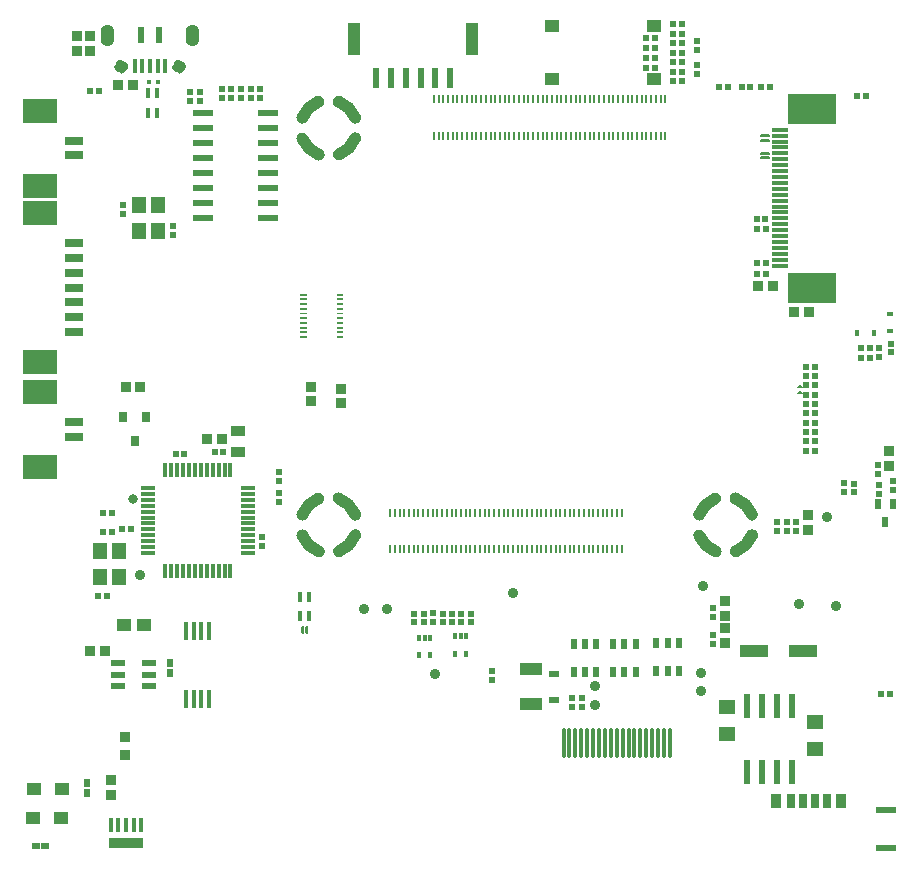
<source format=gbr>
%TF.GenerationSoftware,Altium Limited,Altium Designer,23.1.1 (15)*%
G04 Layer_Color=8421504*
%FSLAX45Y45*%
%MOMM*%
%TF.SameCoordinates,8C37DE4A-61E0-4A85-99FC-D0A1A2E6B02F*%
%TF.FilePolarity,Positive*%
%TF.FileFunction,Paste,Top*%
%TF.Part,Single*%
G01*
G75*
%TA.AperFunction,SMDPad,CuDef*%
%ADD13R,1.90500X0.99060*%
%ADD14R,0.60960X2.03200*%
%ADD15R,0.80606X0.85822*%
%ADD16R,0.80000X0.90000*%
G04:AMPARAMS|DCode=17|XSize=1.56mm|YSize=0.4mm|CornerRadius=0.05mm|HoleSize=0mm|Usage=FLASHONLY|Rotation=90.000|XOffset=0mm|YOffset=0mm|HoleType=Round|Shape=RoundedRectangle|*
%AMROUNDEDRECTD17*
21,1,1.56000,0.30000,0,0,90.0*
21,1,1.46000,0.40000,0,0,90.0*
1,1,0.10000,0.15000,0.73000*
1,1,0.10000,0.15000,-0.73000*
1,1,0.10000,-0.15000,-0.73000*
1,1,0.10000,-0.15000,0.73000*
%
%ADD17ROUNDEDRECTD17*%
%ADD18R,1.15814X1.01213*%
%ADD19R,0.57247X0.68106*%
%ADD20R,0.68106X0.57247*%
%ADD21R,1.00000X2.80000*%
%ADD22R,0.60000X1.70000*%
%ADD23R,0.85822X0.80606*%
%ADD24R,0.81280X0.93980*%
%ADD25R,3.00000X2.10000*%
%ADD26R,1.60000X0.80000*%
%ADD27R,1.20000X0.55000*%
%ADD28R,0.40000X1.20000*%
%ADD29R,3.00000X0.90000*%
%ADD30R,1.25000X1.10000*%
%ADD31R,0.93980X0.81280*%
%ADD32R,0.91213X0.85872*%
%ADD33R,0.20000X0.70000*%
%TA.AperFunction,TestPad*%
%ADD35C,0.88900*%
%TA.AperFunction,SMDPad,CuDef*%
%ADD36R,0.55880X0.60960*%
%ADD37R,0.40000X0.85000*%
%ADD38R,0.60960X0.55880*%
%ADD39R,1.15000X1.40000*%
%ADD40R,1.20000X0.30000*%
%ADD41R,0.30000X1.20000*%
%ADD42R,1.30000X0.90000*%
%ADD43R,1.80000X0.55000*%
%ADD44R,0.90000X1.15000*%
%ADD45R,0.80000X1.15000*%
%ADD46R,0.70000X1.15000*%
%ADD47R,1.45000X1.15000*%
%ADD48R,2.41140X1.11280*%
%TA.AperFunction,TestPad*%
%ADD49O,0.50800X0.25400*%
%ADD50O,0.88900X0.25400*%
%ADD51C,0.80000*%
%ADD52C,0.40000*%
%TA.AperFunction,ConnectorPad*%
%ADD53R,0.60000X1.35000*%
%ADD54R,0.40000X1.25000*%
%TA.AperFunction,SMDPad,CuDef*%
%ADD55R,0.30000X0.55000*%
%ADD56O,0.28000X2.60000*%
%ADD57R,1.80000X0.60000*%
%ADD58R,1.20000X1.00000*%
%ADD59R,1.40000X0.30000*%
%ADD60R,4.10000X2.65000*%
%ADD61R,0.60000X0.40000*%
G04:AMPARAMS|DCode=62|XSize=0.8mm|YSize=0.55mm|CornerRadius=0mm|HoleSize=0mm|Usage=FLASHONLY|Rotation=90.000|XOffset=0mm|YOffset=0mm|HoleType=Round|Shape=RoundedRectangle|*
%AMROUNDEDRECTD62*
21,1,0.80000,0.55000,0,0,90.0*
21,1,0.80000,0.55000,0,0,90.0*
1,1,0.00000,0.27500,0.40000*
1,1,0.00000,0.27500,-0.40000*
1,1,0.00000,-0.27500,-0.40000*
1,1,0.00000,-0.27500,0.40000*
%
%ADD62ROUNDEDRECTD62*%
%ADD63R,0.52000X0.83000*%
%TA.AperFunction,TestPad*%
%ADD64O,0.25400X0.76200*%
%TA.AperFunction,SMDPad,CuDef*%
%ADD65R,0.40000X0.60000*%
%ADD67R,0.83000X0.63000*%
%TA.AperFunction,NonConductor*%
%ADD245C,1.00000*%
%ADD246C,0.93980*%
G36*
X1515216Y7108322D02*
X1530221Y7093318D01*
X1538342Y7073713D01*
Y7063103D01*
Y6984363D01*
Y6973753D01*
X1530221Y6954148D01*
X1515216Y6939143D01*
X1495612Y6931023D01*
X1474392D01*
X1454787Y6939143D01*
X1439782Y6954148D01*
X1431662Y6973753D01*
Y6984363D01*
Y7063103D01*
Y7073713D01*
X1439782Y7093318D01*
X1454787Y7108322D01*
X1474392Y7116443D01*
X1495612D01*
X1515216Y7108322D01*
D02*
G37*
G36*
X795216D02*
X810221Y7093318D01*
X818342Y7073713D01*
Y7063103D01*
Y6984363D01*
Y6973753D01*
X810221Y6954148D01*
X795216Y6939143D01*
X775612Y6931023D01*
X754392D01*
X734787Y6939143D01*
X719782Y6954148D01*
X711662Y6973753D01*
Y6984363D01*
Y7063103D01*
Y7073713D01*
X719782Y7093318D01*
X734787Y7108322D01*
X754392Y7116443D01*
X775612D01*
X795216Y7108322D01*
D02*
G37*
G36*
X2759900Y4821600D02*
X2703900D01*
Y4837600D01*
X2759900D01*
Y4821600D01*
D02*
G37*
G36*
X2451900D02*
X2395900D01*
Y4837600D01*
X2451900D01*
Y4821600D01*
D02*
G37*
G36*
X2759900Y4781600D02*
X2703900D01*
Y4797600D01*
X2759900D01*
Y4781600D01*
D02*
G37*
G36*
X2451900D02*
X2395900D01*
Y4797600D01*
X2451900D01*
Y4781600D01*
D02*
G37*
G36*
X2759900Y4741600D02*
X2703900D01*
Y4757600D01*
X2759900D01*
Y4741600D01*
D02*
G37*
G36*
X2451900D02*
X2395900D01*
Y4757600D01*
X2451900D01*
Y4741600D01*
D02*
G37*
G36*
X2759900Y4701600D02*
X2703900D01*
Y4717600D01*
X2759900D01*
Y4701600D01*
D02*
G37*
G36*
X2451900D02*
X2395900D01*
Y4717600D01*
X2451900D01*
Y4701600D01*
D02*
G37*
G36*
X2759900Y4661600D02*
X2703900D01*
Y4677600D01*
X2759900D01*
Y4661600D01*
D02*
G37*
G36*
X2451900D02*
X2395900D01*
Y4677600D01*
X2451900D01*
Y4661600D01*
D02*
G37*
G36*
X2759900Y4621600D02*
X2703900D01*
Y4637600D01*
X2759900D01*
Y4621600D01*
D02*
G37*
G36*
X2451900D02*
X2395900D01*
Y4637600D01*
X2451900D01*
Y4621600D01*
D02*
G37*
G36*
X2759900Y4581600D02*
X2703900D01*
Y4597600D01*
X2759900D01*
Y4581600D01*
D02*
G37*
G36*
X2451900D02*
X2395900D01*
Y4597600D01*
X2451900D01*
Y4581600D01*
D02*
G37*
G36*
X2759900Y4541600D02*
X2703900D01*
Y4557600D01*
X2759900D01*
Y4541600D01*
D02*
G37*
G36*
X2451900D02*
X2395900D01*
Y4557600D01*
X2451900D01*
Y4541600D01*
D02*
G37*
G36*
X2759900Y4501600D02*
X2703900D01*
Y4517600D01*
X2759900D01*
Y4501600D01*
D02*
G37*
G36*
X2451900D02*
X2395900D01*
Y4517600D01*
X2451900D01*
Y4501600D01*
D02*
G37*
G36*
X2759900Y4461600D02*
X2703900D01*
Y4477600D01*
X2759900D01*
Y4461600D01*
D02*
G37*
G36*
X2451900D02*
X2395900D01*
Y4477600D01*
X2451900D01*
Y4461600D01*
D02*
G37*
D13*
X4347331Y1662542D02*
D03*
Y1362822D02*
D03*
D14*
X6563884Y1348393D02*
D03*
Y789593D02*
D03*
X6436883D02*
D03*
X6309883Y789593D02*
D03*
X6182883Y789593D02*
D03*
Y1348393D02*
D03*
X6309883Y1348392D02*
D03*
X6436883Y1348393D02*
D03*
D15*
X1043088Y4043680D02*
D03*
X922872D02*
D03*
D16*
X1089660Y3789680D02*
D03*
X899660D02*
D03*
X994660Y3589680D02*
D03*
D17*
X1428400Y1984720D02*
D03*
X1493400D02*
D03*
X1558400D02*
D03*
X1623400D02*
D03*
Y1408720D02*
D03*
X1558400D02*
D03*
X1493400D02*
D03*
X1428400D02*
D03*
D18*
X1072659Y2032000D02*
D03*
X907261D02*
D03*
D19*
X1292220Y1710334D02*
D03*
Y1627226D02*
D03*
X589280Y691794D02*
D03*
Y608686D02*
D03*
D20*
X239674Y162560D02*
D03*
X156566D02*
D03*
D21*
X2855300Y6997700D02*
D03*
X3850300D02*
D03*
D22*
X3040300Y6662700D02*
D03*
X3165300D02*
D03*
X3665300D02*
D03*
X3540300D02*
D03*
X3290300D02*
D03*
X3415300D02*
D03*
D23*
X2740660Y4034356D02*
D03*
Y3914140D02*
D03*
X2489200Y4046220D02*
D03*
Y3926004D02*
D03*
D24*
X614934Y1811274D02*
D03*
X744931D02*
D03*
X6573094Y4684463D02*
D03*
X6703091D02*
D03*
X6269015Y4904087D02*
D03*
X6399012Y4904088D02*
D03*
X1603929Y3604006D02*
D03*
X1733926D02*
D03*
X852669Y6608266D02*
D03*
X982666D02*
D03*
D25*
X194940Y4005580D02*
D03*
Y3370580D02*
D03*
X189860Y4259420D02*
D03*
Y5519420D02*
D03*
Y5753100D02*
D03*
Y6388100D02*
D03*
D26*
X484940Y3750580D02*
D03*
Y3625580D02*
D03*
X479860Y4514420D02*
D03*
Y4639420D02*
D03*
Y4764420D02*
D03*
Y4889420D02*
D03*
Y5014420D02*
D03*
Y5264420D02*
D03*
Y5139420D02*
D03*
Y6008100D02*
D03*
Y6133100D02*
D03*
D27*
X1112340Y1517900D02*
D03*
Y1612900D02*
D03*
Y1707900D02*
D03*
X852340D02*
D03*
Y1517900D02*
D03*
Y1612900D02*
D03*
D28*
X921380Y337880D02*
D03*
X856380D02*
D03*
X791380D02*
D03*
X986380D02*
D03*
X1051380D02*
D03*
D29*
X921380Y182880D02*
D03*
D30*
X135860Y396240D02*
D03*
X370860D02*
D03*
X140940Y647700D02*
D03*
X375940D02*
D03*
D31*
X791586Y722071D02*
D03*
X791586Y592074D02*
D03*
X5992129Y2006253D02*
D03*
Y1876255D02*
D03*
Y2238104D02*
D03*
X5992129Y2108107D02*
D03*
X619807Y6892797D02*
D03*
Y7022794D02*
D03*
X506500Y6892797D02*
D03*
X506500Y7022794D02*
D03*
X7384340Y3375623D02*
D03*
Y3505620D02*
D03*
X6692633Y2836754D02*
D03*
Y2966751D02*
D03*
D32*
X916300Y1088591D02*
D03*
Y933249D02*
D03*
D33*
X4167911Y6175662D02*
D03*
X5037910Y2675661D02*
D03*
X5077911D02*
D03*
X5487911Y6175662D02*
D03*
X5447911D02*
D03*
X5407910D02*
D03*
X5367911D02*
D03*
X5327911D02*
D03*
X5287910D02*
D03*
X5247911D02*
D03*
X4967911D02*
D03*
X5007910D02*
D03*
X5047911D02*
D03*
X5087911D02*
D03*
X5127910D02*
D03*
X5167910D02*
D03*
X5207911D02*
D03*
X4687911D02*
D03*
X4727911D02*
D03*
X4767910D02*
D03*
X4807911D02*
D03*
X4847911D02*
D03*
X4887910D02*
D03*
X4927911D02*
D03*
X4647910D02*
D03*
X4607911D02*
D03*
X4567911D02*
D03*
X4527910D02*
D03*
X4487911D02*
D03*
X4447911D02*
D03*
X4407910D02*
D03*
X3927911D02*
D03*
X3967911D02*
D03*
X4007910D02*
D03*
X4047911D02*
D03*
X4087911D02*
D03*
X4127910D02*
D03*
X4367910D02*
D03*
X4327911D02*
D03*
X4287911D02*
D03*
X4247910D02*
D03*
X4207911D02*
D03*
Y6483662D02*
D03*
X4247910D02*
D03*
X4287911D02*
D03*
X4327911D02*
D03*
X4367910D02*
D03*
X4167911D02*
D03*
X4127910D02*
D03*
X4087911D02*
D03*
X4047911D02*
D03*
X4007910D02*
D03*
X3967911D02*
D03*
X3927911D02*
D03*
X4407910D02*
D03*
X4447911D02*
D03*
X4487911D02*
D03*
X4527910D02*
D03*
X4567911D02*
D03*
X4607911D02*
D03*
X4647910D02*
D03*
X4927911D02*
D03*
X4887910D02*
D03*
X4847911D02*
D03*
X4807911D02*
D03*
X4767910D02*
D03*
X4727911D02*
D03*
X4687911D02*
D03*
X5207911D02*
D03*
X5167910D02*
D03*
X5127910D02*
D03*
X5087911D02*
D03*
X5047911D02*
D03*
X5007910D02*
D03*
X4967911D02*
D03*
X5247911D02*
D03*
X5287910D02*
D03*
X5327911D02*
D03*
X5367911D02*
D03*
X5407910D02*
D03*
X5447911D02*
D03*
X5487911D02*
D03*
X3527911D02*
D03*
X3567911D02*
D03*
X3607910D02*
D03*
X3647911D02*
D03*
X3687911D02*
D03*
X3727911D02*
D03*
X3767911D02*
D03*
X3887911D02*
D03*
X3847911D02*
D03*
X3807911D02*
D03*
Y6175662D02*
D03*
X3847911D02*
D03*
X3887911D02*
D03*
X3767911D02*
D03*
X3727911D02*
D03*
X3687911D02*
D03*
X3647911D02*
D03*
X3607910D02*
D03*
X3567911D02*
D03*
X3527911D02*
D03*
X3157911Y2675662D02*
D03*
X3197911D02*
D03*
X3237910D02*
D03*
X3277911D02*
D03*
X3317911D02*
D03*
X3357910D02*
D03*
X3397911D02*
D03*
X3517911D02*
D03*
X3477910D02*
D03*
X3437911D02*
D03*
Y2983662D02*
D03*
X3477910D02*
D03*
X3517911D02*
D03*
X3397911D02*
D03*
X3357910D02*
D03*
X3317911D02*
D03*
X3277911D02*
D03*
X3237910D02*
D03*
X3197911D02*
D03*
X3157911D02*
D03*
X5117911D02*
D03*
X5077911D02*
D03*
X5037910D02*
D03*
X4997911D02*
D03*
X4957911D02*
D03*
X4917910D02*
D03*
X4877910D02*
D03*
X4597911D02*
D03*
X4637910D02*
D03*
X4677911D02*
D03*
X4717911D02*
D03*
X4757910D02*
D03*
X4797910D02*
D03*
X4837911D02*
D03*
X4317911D02*
D03*
X4357911D02*
D03*
X4397910D02*
D03*
X4437911D02*
D03*
X4477911D02*
D03*
X4517910D02*
D03*
X4557911D02*
D03*
X4277910D02*
D03*
X4237910D02*
D03*
X4197911D02*
D03*
X4157910D02*
D03*
X4117910D02*
D03*
X4077911D02*
D03*
X4037910D02*
D03*
X3557911D02*
D03*
X3597911D02*
D03*
X3637910D02*
D03*
X3677911D02*
D03*
X3717911D02*
D03*
X3757910D02*
D03*
X3797911D02*
D03*
X3997910D02*
D03*
X3957911D02*
D03*
X3917911D02*
D03*
X3877910D02*
D03*
X3837911D02*
D03*
Y2675662D02*
D03*
X3877910D02*
D03*
X3917911D02*
D03*
X3957911D02*
D03*
X3997910D02*
D03*
X3797911D02*
D03*
X3757910D02*
D03*
X3717911D02*
D03*
X3677911D02*
D03*
X3637910D02*
D03*
X3597911D02*
D03*
X3557911D02*
D03*
X4037910D02*
D03*
X4077911D02*
D03*
X4117910D02*
D03*
X4157910D02*
D03*
X4197911D02*
D03*
X4237910D02*
D03*
X4277910D02*
D03*
X4557911D02*
D03*
X4517910D02*
D03*
X4477911D02*
D03*
X4437911D02*
D03*
X4397910D02*
D03*
X4357911D02*
D03*
X4317911D02*
D03*
X4837911D02*
D03*
X4797910D02*
D03*
X4757910D02*
D03*
X4717911D02*
D03*
X4677911D02*
D03*
X4637910D02*
D03*
X4597911D02*
D03*
X4877910D02*
D03*
X4917910D02*
D03*
X4957911D02*
D03*
X4997911D02*
D03*
X5117911D02*
D03*
D35*
X5789183Y1627793D02*
D03*
Y1475393D02*
D03*
X4891644Y1358856D02*
D03*
X4889487Y1512287D02*
D03*
X1043300Y2453640D02*
D03*
X3131180Y2166620D02*
D03*
X2935600Y2171700D02*
D03*
X4194980Y2305447D02*
D03*
X3537070Y1621902D02*
D03*
X6856466Y2943462D02*
D03*
X6619763Y2211993D02*
D03*
X5803906Y2366602D02*
D03*
X6936100Y2194560D02*
D03*
D36*
X728940Y2976880D02*
D03*
X803940D02*
D03*
X689640Y6553200D02*
D03*
X614640D02*
D03*
X724428Y2817343D02*
D03*
X799409D02*
D03*
X757652Y2277897D02*
D03*
X682671D02*
D03*
X6340531Y5006306D02*
D03*
X6265551D02*
D03*
X1671848Y3495523D02*
D03*
X1746829D02*
D03*
X6340531Y5097582D02*
D03*
X6265551D02*
D03*
X6334697Y5468422D02*
D03*
X6259716D02*
D03*
X6340531Y5387306D02*
D03*
X6265551D02*
D03*
X1341648Y3482823D02*
D03*
X1416629D02*
D03*
X886988Y2847823D02*
D03*
X961969D02*
D03*
X6371011Y6591266D02*
D03*
X6296031D02*
D03*
X6208451D02*
D03*
X6133471D02*
D03*
X6015411D02*
D03*
X5940431D02*
D03*
X5326940Y7002053D02*
D03*
X5401921D02*
D03*
X5553337Y7039296D02*
D03*
X5628318D02*
D03*
X5551679Y6716180D02*
D03*
X5626660D02*
D03*
X5553000Y6958445D02*
D03*
X5627981D02*
D03*
X5326940Y6921920D02*
D03*
X5401921D02*
D03*
X5553337Y7120576D02*
D03*
X5628318D02*
D03*
X5551679Y6797099D02*
D03*
X5626660D02*
D03*
X5553157Y6878740D02*
D03*
X5628138D02*
D03*
X5326940Y6752084D02*
D03*
X5401921D02*
D03*
X5551628Y6635382D02*
D03*
X5626609D02*
D03*
X5326940Y6831662D02*
D03*
X5401921D02*
D03*
X7145631Y4378897D02*
D03*
X7220612D02*
D03*
X6755571Y4220713D02*
D03*
X6680590D02*
D03*
X6755571Y4141475D02*
D03*
X6680590D02*
D03*
X6755571Y4062237D02*
D03*
X6680590D02*
D03*
X6755571Y3982999D02*
D03*
X6680590D02*
D03*
X6755571Y3903762D02*
D03*
X6680590D02*
D03*
X6755571Y3824524D02*
D03*
X6680590D02*
D03*
X6755571Y3745286D02*
D03*
X6680590D02*
D03*
X6755571Y3666048D02*
D03*
X6680590D02*
D03*
Y3586810D02*
D03*
X6755571D02*
D03*
Y3507572D02*
D03*
X6680590D02*
D03*
X7220612Y4289997D02*
D03*
X7145631D02*
D03*
X7315544Y1450988D02*
D03*
X7390525D02*
D03*
X7186207Y6509703D02*
D03*
X7111227D02*
D03*
D37*
X2397120Y2106930D02*
D03*
X2473320D02*
D03*
Y2272030D02*
D03*
X2397120D02*
D03*
X1111371Y6535992D02*
D03*
X1187571D02*
D03*
Y6370892D02*
D03*
X1111371D02*
D03*
D38*
X2218837Y3149549D02*
D03*
Y3074568D02*
D03*
Y3324809D02*
D03*
Y3249828D02*
D03*
X2077080Y2777541D02*
D03*
Y2702560D02*
D03*
X1812420Y6493061D02*
D03*
Y6568042D02*
D03*
X1730746Y6493061D02*
D03*
Y6568042D02*
D03*
X1547383Y6466493D02*
D03*
Y6541473D02*
D03*
X1466586Y6541524D02*
D03*
Y6466543D02*
D03*
X5892841Y1870261D02*
D03*
Y1945242D02*
D03*
X4021393Y1569379D02*
D03*
Y1644360D02*
D03*
X1975767Y6493061D02*
D03*
Y6568042D02*
D03*
X2057441Y6493061D02*
D03*
Y6568042D02*
D03*
X894707Y5514719D02*
D03*
Y5589700D02*
D03*
X1320806Y5406982D02*
D03*
Y5332001D02*
D03*
X1894093Y6493061D02*
D03*
Y6568042D02*
D03*
X5892841Y2173842D02*
D03*
Y2098861D02*
D03*
X7002285Y3157708D02*
D03*
Y3232689D02*
D03*
X7083565Y3155168D02*
D03*
Y3230149D02*
D03*
X7285280Y3311259D02*
D03*
Y3386240D02*
D03*
X7295923Y3144991D02*
D03*
Y3219971D02*
D03*
X7401637Y4339908D02*
D03*
Y4414889D02*
D03*
X3760510Y2053835D02*
D03*
Y2128816D02*
D03*
X3840011Y2053835D02*
D03*
Y2128816D02*
D03*
X3681009Y2053835D02*
D03*
Y2128816D02*
D03*
X3601508Y2053835D02*
D03*
Y2128816D02*
D03*
X3522007Y2056375D02*
D03*
Y2131356D02*
D03*
X3442506Y2128816D02*
D03*
Y2053835D02*
D03*
X3363005Y2128816D02*
D03*
Y2053835D02*
D03*
X7414730Y3179451D02*
D03*
Y3254431D02*
D03*
X4778210Y1415767D02*
D03*
Y1340786D02*
D03*
X4698987Y1415767D02*
D03*
Y1340786D02*
D03*
X5754582Y6973448D02*
D03*
Y6898467D02*
D03*
Y6774892D02*
D03*
Y6699911D02*
D03*
X7300037Y4376789D02*
D03*
Y4301808D02*
D03*
X6514168Y2906747D02*
D03*
Y2831766D02*
D03*
X6433807Y2906747D02*
D03*
Y2831766D02*
D03*
X6594528Y2906747D02*
D03*
Y2831766D02*
D03*
D39*
X699130Y2437613D02*
D03*
X859150Y2657627D02*
D03*
X699130D02*
D03*
X859150Y2437613D02*
D03*
X1190617Y5365392D02*
D03*
X1030597Y5585407D02*
D03*
Y5365392D02*
D03*
X1190617Y5585407D02*
D03*
D40*
X1105471Y3042302D02*
D03*
Y3092302D02*
D03*
Y3142302D02*
D03*
Y3192302D02*
D03*
X1955471D02*
D03*
Y3142302D02*
D03*
Y3092302D02*
D03*
Y3042302D02*
D03*
Y2992302D02*
D03*
Y2942302D02*
D03*
Y2892302D02*
D03*
Y2842302D02*
D03*
Y2792302D02*
D03*
Y2742302D02*
D03*
Y2692302D02*
D03*
Y2642302D02*
D03*
X1105471D02*
D03*
Y2692302D02*
D03*
Y2742302D02*
D03*
Y2792302D02*
D03*
Y2842302D02*
D03*
Y2892302D02*
D03*
Y2942302D02*
D03*
Y2992302D02*
D03*
D41*
X1255471Y3342302D02*
D03*
X1305471D02*
D03*
X1355471D02*
D03*
X1405471D02*
D03*
X1455471D02*
D03*
X1505471D02*
D03*
X1555471D02*
D03*
X1605471D02*
D03*
X1655471D02*
D03*
X1705471D02*
D03*
X1755471D02*
D03*
X1805471D02*
D03*
Y2492302D02*
D03*
X1755471D02*
D03*
X1705471D02*
D03*
X1655471D02*
D03*
X1605471D02*
D03*
X1555471D02*
D03*
X1505471D02*
D03*
X1455471D02*
D03*
X1405471D02*
D03*
X1355471D02*
D03*
X1305471D02*
D03*
X1255471D02*
D03*
D42*
X1871340Y3676480D02*
D03*
Y3496480D02*
D03*
D43*
X7355200Y464800D02*
D03*
Y144800D02*
D03*
D44*
X6978000Y540000D02*
D03*
X6428000D02*
D03*
D45*
X6855000D02*
D03*
X6551000D02*
D03*
D46*
X6653000D02*
D03*
X6753000D02*
D03*
D47*
X6009000Y1106740D02*
D03*
Y1336740D02*
D03*
X6754383Y979393D02*
D03*
Y1209393D02*
D03*
D48*
X6242330Y1813500D02*
D03*
X6650470D02*
D03*
D49*
X6626339Y3997760D02*
D03*
X6626560Y4047920D02*
D03*
D50*
X6331043Y5983503D02*
D03*
Y6169539D02*
D03*
Y6130335D02*
D03*
Y6023082D02*
D03*
D51*
X979800Y3096260D02*
D03*
D52*
X1115991Y6633782D02*
D03*
X1194731D02*
D03*
D53*
X1205002Y7027503D02*
D03*
X1045002D02*
D03*
D54*
X995002Y6762503D02*
D03*
X1060002D02*
D03*
X1255002D02*
D03*
X1190002D02*
D03*
X1125002D02*
D03*
D55*
X3704000Y1939300D02*
D03*
X3754000D02*
D03*
X3804000D02*
D03*
Y1789300D02*
D03*
X3704000D02*
D03*
X3499200Y1926600D02*
D03*
X3449200D02*
D03*
X3399200D02*
D03*
Y1776600D02*
D03*
X3499200D02*
D03*
D56*
X5526191Y1030934D02*
D03*
X5476191D02*
D03*
X5426191D02*
D03*
X5376191D02*
D03*
X5326191D02*
D03*
X5276191D02*
D03*
X5226191D02*
D03*
X5176191D02*
D03*
X5126191D02*
D03*
X5076191D02*
D03*
X5026191D02*
D03*
X4976191D02*
D03*
X4926191D02*
D03*
X4876191D02*
D03*
X4826191D02*
D03*
X4776191D02*
D03*
X4726191D02*
D03*
X4676191D02*
D03*
X4626191D02*
D03*
D57*
X1573191Y6364442D02*
D03*
X2123191Y6364442D02*
D03*
X1573191Y5983442D02*
D03*
X1573190Y5602442D02*
D03*
X1573191Y5475442D02*
D03*
Y6110442D02*
D03*
X1573190Y6237442D02*
D03*
X1573191Y5729442D02*
D03*
Y5856442D02*
D03*
X2123191Y5475442D02*
D03*
Y5602442D02*
D03*
X2123190Y5729442D02*
D03*
X2123191Y5856442D02*
D03*
Y5983442D02*
D03*
X2123190Y6110442D02*
D03*
X2123191Y6237442D02*
D03*
D58*
X5389380Y6652260D02*
D03*
X4529380D02*
D03*
Y7102260D02*
D03*
X5389380D02*
D03*
D59*
X6460908Y5375660D02*
D03*
Y5175660D02*
D03*
Y5125660D02*
D03*
Y5425660D02*
D03*
Y5525660D02*
D03*
Y5575660D02*
D03*
Y5675660D02*
D03*
Y5725660D02*
D03*
Y5825660D02*
D03*
Y5875660D02*
D03*
Y6125660D02*
D03*
Y6175660D02*
D03*
Y5975660D02*
D03*
Y6025660D02*
D03*
Y5225660D02*
D03*
Y5275660D02*
D03*
Y5325660D02*
D03*
Y5625660D02*
D03*
Y5475660D02*
D03*
Y5775660D02*
D03*
Y5925660D02*
D03*
Y6075660D02*
D03*
Y6225660D02*
D03*
Y5075660D02*
D03*
D60*
X6730888Y6403820D02*
D03*
Y4884723D02*
D03*
D61*
X7386880Y4522740D02*
D03*
Y4662740D02*
D03*
D62*
X4806811Y1869282D02*
D03*
Y1632282D02*
D03*
X4711811D02*
D03*
X4901811Y1869282D02*
D03*
X4711811D02*
D03*
X4901811Y1632282D02*
D03*
X5142091Y1869282D02*
D03*
Y1632282D02*
D03*
X5047091D02*
D03*
Y1869282D02*
D03*
X5237091D02*
D03*
Y1632282D02*
D03*
X5507727Y1877160D02*
D03*
Y1640160D02*
D03*
X5412727D02*
D03*
Y1877160D02*
D03*
X5602727D02*
D03*
Y1640160D02*
D03*
D63*
X7414247Y3054940D02*
D03*
X7348207Y2907620D02*
D03*
X7284707Y3054940D02*
D03*
D64*
X2417440Y1986280D02*
D03*
X2453000D02*
D03*
D65*
X7253680Y4503840D02*
D03*
X7113680D02*
D03*
D67*
X4542911Y1398642D02*
D03*
Y1621642D02*
D03*
D245*
X2861547Y2966763D02*
G03*
X2721909Y3104482I-223637J-87101D01*
G01*
X2724407Y2655790D02*
G03*
X2861914Y2793507I-86496J223872D01*
G01*
X2549304Y3102707D02*
G03*
X2414332Y2966912I88607J-223045D01*
G01*
X2414902Y2790965D02*
G03*
X2553938Y2654832I223009J88697D01*
G01*
X2414902Y6150925D02*
G03*
X2553938Y6014792I223009J88697D01*
G01*
X2549304Y6462667D02*
G03*
X2414332Y6326872I88607J-223045D01*
G01*
X2724407Y6015750D02*
G03*
X2861914Y6153467I-86496J223872D01*
G01*
X2861547Y6326723D02*
G03*
X2721909Y6464442I-223637J-87101D01*
G01*
X5774862Y2790965D02*
G03*
X5913898Y2654832I223009J88697D01*
G01*
X5909264Y3102707D02*
G03*
X5774292Y2966912I88607J-223045D01*
G01*
X6084367Y2655790D02*
G03*
X6221874Y2793507I-86496J223872D01*
G01*
X6221507Y2966763D02*
G03*
X6081869Y3104482I-223637J-87101D01*
G01*
D246*
X1382702Y6760003D02*
G03*
X1382702Y6760003I-12700J0D01*
G01*
X892702D02*
G03*
X892702Y6760003I-12700J0D01*
G01*
%TF.MD5,3ebb3ed518a2df161a556f66da62eadd*%
M02*

</source>
